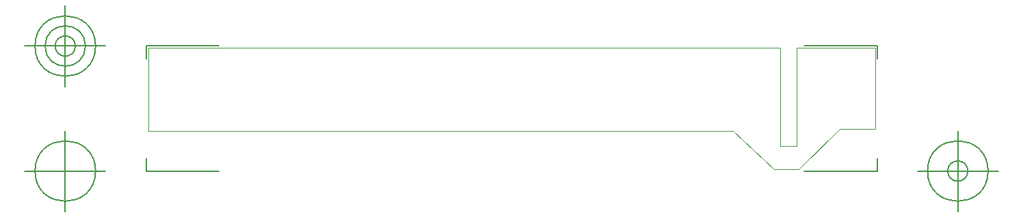
<source format=gbr>
G04 Generated by Ultiboard 14.2 *
%FSLAX46Y46*%
%MOIN*%

%ADD10C,0.000001*%
%ADD11C,0.000050*%
%ADD12C,0.005000*%


G04 ColorRGB 00FFFF for the following layer *
%LN_uc2677f6846*%
%LPD*%
G54D10*
G54D11*
X3080000Y393701D02*
X3080000Y-85000D01*
X3160000Y-85000D01*
X3160000Y393701D01*
X3543307Y393701D01*
X3543307Y0D01*
X3370000Y0D01*
X3170000Y-196850D01*
X3050000Y-196850D01*
X2850000Y-10000D01*
X0Y-10000D01*
X0Y393701D01*
X3080000Y393701D01*
X3080000Y393701D02*
X3080000Y-85000D01*
X3160000Y-85000D01*
X3160000Y393701D01*
X3543307Y393701D01*
X3543307Y0D01*
X3370000Y0D01*
X3170000Y-196850D01*
X3050000Y-196850D01*
X2850000Y-10000D01*
X0Y-10000D01*
X0Y393701D01*
X3080000Y393701D01*
G54D12*
X-10000Y-206850D02*
X-10000Y-145795D01*
X-10000Y-206850D02*
X346331Y-206850D01*
X3553307Y-206850D02*
X3196976Y-206850D01*
X3553307Y-206850D02*
X3553307Y-145795D01*
X3553307Y403701D02*
X3553307Y342646D01*
X3553307Y403701D02*
X3196976Y403701D01*
X-10000Y403701D02*
X346331Y403701D01*
X-10000Y403701D02*
X-10000Y342646D01*
X-206850Y-206850D02*
X-600551Y-206850D01*
X-403701Y-403701D02*
X-403701Y-10000D01*
X-551339Y-206850D02*
G75*
D01*
G02X-551339Y-206850I147638J0*
G01*
X3750157Y-206850D02*
X4143858Y-206850D01*
X3947008Y-403701D02*
X3947008Y-10000D01*
X3799370Y-206850D02*
G75*
D01*
G02X3799370Y-206850I147638J0*
G01*
X3897795Y-206850D02*
G75*
D01*
G02X3897795Y-206850I49213J0*
G01*
X-206850Y403701D02*
X-600551Y403701D01*
X-403701Y206850D02*
X-403701Y600551D01*
X-551339Y403701D02*
G75*
D01*
G02X-551339Y403701I147638J0*
G01*
X-502126Y403701D02*
G75*
D01*
G02X-502126Y403701I98425J0*
G01*
X-452913Y403701D02*
G75*
D01*
G02X-452913Y403701I49212J0*
G01*
X-10000Y-206850D02*
X-10000Y-145795D01*
X-10000Y-206850D02*
X346331Y-206850D01*
X3553307Y-206850D02*
X3196976Y-206850D01*
X3553307Y-206850D02*
X3553307Y-145795D01*
X3553307Y403701D02*
X3553307Y342646D01*
X3553307Y403701D02*
X3196976Y403701D01*
X-10000Y403701D02*
X346331Y403701D01*
X-10000Y403701D02*
X-10000Y342646D01*
X-206850Y-206850D02*
X-600551Y-206850D01*
X-403701Y-403701D02*
X-403701Y-10000D01*
X-551339Y-206850D02*
G75*
D01*
G02X-551339Y-206850I147638J0*
G01*
X3750157Y-206850D02*
X4143858Y-206850D01*
X3947008Y-403701D02*
X3947008Y-10000D01*
X3799370Y-206850D02*
G75*
D01*
G02X3799370Y-206850I147638J0*
G01*
X3897795Y-206850D02*
G75*
D01*
G02X3897795Y-206850I49213J0*
G01*
X-206850Y403701D02*
X-600551Y403701D01*
X-403701Y206850D02*
X-403701Y600551D01*
X-551339Y403701D02*
G75*
D01*
G02X-551339Y403701I147638J0*
G01*
X-502126Y403701D02*
G75*
D01*
G02X-502126Y403701I98425J0*
G01*
X-452913Y403701D02*
G75*
D01*
G02X-452913Y403701I49212J0*
G01*

M02*

</source>
